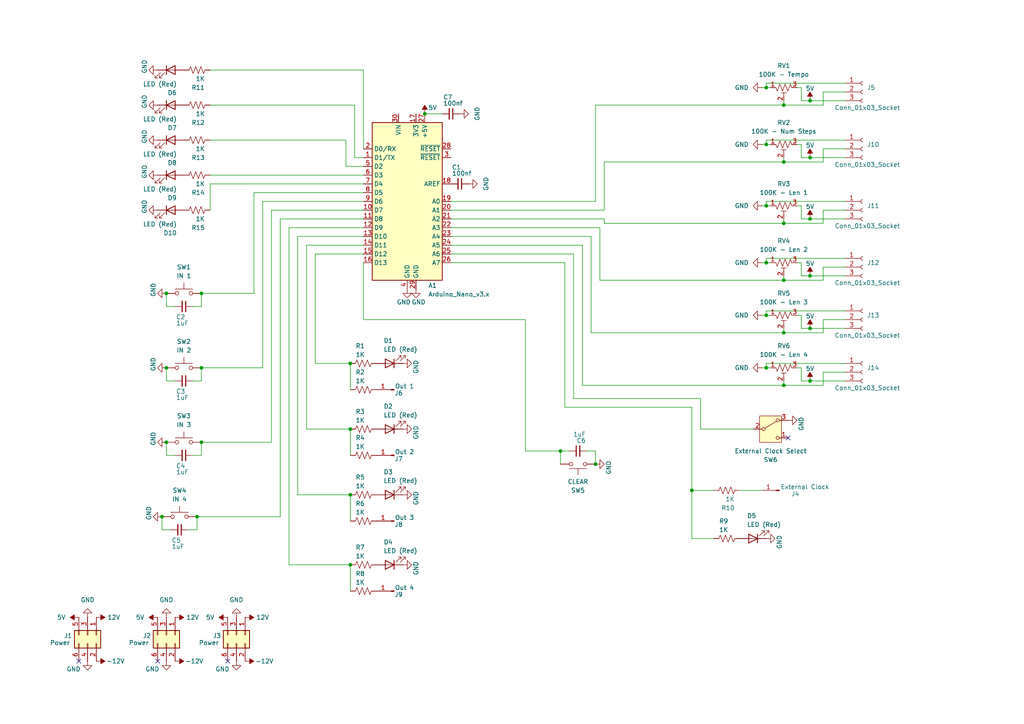
<source format=kicad_sch>
(kicad_sch (version 20250114) (generator "eeschema") (generator_version "9.0")
  (paper "A4")
  (lib_symbols
    (symbol "Connector:Conn_01x01_Pin" (pin_names (offset 1.016) (hide yes))
      (property "Reference" "J" (at 0 2.54 0))
      (property "Value" "Conn_01x01_Pin" (at 0 -2.54 0))
      (symbol "Conn_01x01_Pin_1_1"
        (rectangle (start 0.8636 0.127) (end 0 -0.127) (stroke (width 0.1524)) (fill (type outline)))
        (polyline (pts (xy 1.27 0) (xy 0.8636 0)) (stroke (width 0.1524)))
        (pin passive line (at 5.08 0 180) (length 3.81) (name "Pin_1") (number "1"))
      )
    )
    (symbol "Connector:Conn_01x03_Socket" (pin_names (offset 1.016) (hide yes))
      (property "Reference" "J" (at 0 5.08 0))
      (property "Value" "Conn_01x03_Socket" (at 0 -5.08 0))
      (symbol "Conn_01x03_Socket_1_1"
        (polyline (pts (xy -1.27 2.54) (xy -0.508 2.54)) (stroke (width 0.1524)))
        (polyline (pts (xy -1.27 0) (xy -0.508 0)) (stroke (width 0.1524)))
        (polyline (pts (xy -1.27 -2.54) (xy -0.508 -2.54)) (stroke (width 0.1524)))
        (arc (start 0 2.032) (mid -0.5058 2.54) (end 0 3.048) (stroke (width 0.1524)))
        (arc (start 0 -0.508) (mid -0.5058 0) (end 0 0.508) (stroke (width 0.1524)))
        (arc (start 0 -3.048) (mid -0.5058 -2.54) (end 0 -2.032) (stroke (width 0.1524)))
        (pin passive line (at -5.08 2.54 0) (length 3.81) (name "Pin_1") (number "1"))
        (pin passive line (at -5.08 0 0) (length 3.81) (name "Pin_2") (number "2"))
        (pin passive line (at -5.08 -2.54 0) (length 3.81) (name "Pin_3") (number "3"))
      )
    )
    (symbol "Connector_Generic:Conn_02x03_Odd_Even" (pin_names (offset 1.016) (hide yes))
      (property "Reference" "J" (at 1.27 5.08 0))
      (property "Value" "Conn_02x03_Odd_Even" (at 1.27 -5.08 0))
      (symbol "Conn_02x03_Odd_Even_1_1"
        (rectangle (start -1.27 3.81) (end 3.81 -3.81) (stroke (width 0.254)) (fill (type background)))
        (rectangle (start -1.27 2.667) (end 0 2.413) (stroke (width 0.1524)))
        (rectangle (start -1.27 0.127) (end 0 -0.127) (stroke (width 0.1524)))
        (rectangle (start -1.27 -2.413) (end 0 -2.667) (stroke (width 0.1524)))
        (rectangle (start 3.81 2.667) (end 2.54 2.413) (stroke (width 0.1524)))
        (rectangle (start 3.81 0.127) (end 2.54 -0.127) (stroke (width 0.1524)))
        (rectangle (start 3.81 -2.413) (end 2.54 -2.667) (stroke (width 0.1524)))
        (pin passive line (at -5.08 2.54 0) (length 3.81) (name "Pin_1") (number "1"))
        (pin passive line (at -5.08 0 0) (length 3.81) (name "Pin_3") (number "3"))
        (pin passive line (at -5.08 -2.54 0) (length 3.81) (name "Pin_5") (number "5"))
        (pin passive line (at 7.62 2.54 180) (length 3.81) (name "Pin_2") (number "2"))
        (pin passive line (at 7.62 0 180) (length 3.81) (name "Pin_4") (number "4"))
        (pin passive line (at 7.62 -2.54 180) (length 3.81) (name "Pin_6") (number "6"))
      )
    )
    (symbol "Device:C_Small" (pin_numbers (hide yes)) (pin_names (offset 0.254) (hide yes))
      (property "Reference" "C" (at 0.254 1.778 0))
      (property "Value" "C_Small" (at 0.254 -2.032 0))
      (symbol "C_Small_0_1"
        (polyline (pts (xy -1.524 0.508) (xy 1.524 0.508)) (stroke (width 0.3048)))
        (polyline (pts (xy -1.524 -0.508) (xy 1.524 -0.508)) (stroke (width 0.3302)))
      )
      (symbol "C_Small_1_1"
        (pin passive line (at 0 2.54 270) (length 2.032) (name "~") (number "1"))
        (pin passive line (at 0 -2.54 90) (length 2.032) (name "~") (number "2"))
      )
    )
    (symbol "Device:LED" (pin_numbers (hide yes)) (pin_names (offset 1.016) (hide yes))
      (property "Reference" "D" (at 0 2.54 0))
      (property "Value" "LED" (at 0 -2.54 0))
      (symbol "LED_0_1"
        (polyline (pts (xy -3.048 -0.762) (xy -4.572 -2.286) (xy -3.81 -2.286) (xy -4.572 -2.286) (xy -4.572 -1.524)))
        (polyline (pts (xy -1.778 -0.762) (xy -3.302 -2.286) (xy -2.54 -2.286) (xy -3.302 -2.286) (xy -3.302 -1.524)))
        (polyline (pts (xy -1.27 0) (xy 1.27 0)))
        (polyline (pts (xy -1.27 -1.27) (xy -1.27 1.27)) (stroke (width 0.254)))
        (polyline (pts (xy 1.27 -1.27) (xy 1.27 1.27) (xy -1.27 0) (xy 1.27 -1.27)) (stroke (width 0.254)))
      )
      (symbol "LED_1_1"
        (pin passive line (at -3.81 0 0) (length 2.54) (name "K") (number "1"))
        (pin passive line (at 3.81 0 180) (length 2.54) (name "A") (number "2"))
      )
    )
    (symbol "Device:R_Potentiometer_Trim_US" (pin_names (offset 1.016) (hide yes))
      (property "Reference" "RV" (at -4.445 0 90))
      (property "Value" "R_Potentiometer_Trim_US" (at -2.54 0 90))
      (symbol "R_Potentiometer_Trim_US_0_1"
        (polyline (pts (xy 0 2.286) (xy 0 2.54)))
        (polyline (pts (xy 0 2.286) (xy 1.016 1.905) (xy 0 1.524) (xy -1.016 1.143) (xy 0 0.762)))
        (polyline (pts (xy 0 0.762) (xy 1.016 0.381) (xy 0 0) (xy -1.016 -0.381) (xy 0 -0.762)))
        (polyline (pts (xy 0 -0.762) (xy 1.016 -1.143) (xy 0 -1.524) (xy -1.016 -1.905) (xy 0 -2.286)))
        (polyline (pts (xy 0 -2.286) (xy 0 -2.54)))
        (polyline (pts (xy 1.524 0.762) (xy 1.524 -0.762)))
        (polyline (pts (xy 2.54 0) (xy 1.524 0)))
      )
      (symbol "R_Potentiometer_Trim_US_1_1"
        (pin passive line (at 0 3.81 270) (length 1.27) (name "1") (number "1"))
        (pin passive line (at 0 -3.81 90) (length 1.27) (name "3") (number "3"))
        (pin passive line (at 3.81 0 180) (length 1.27) (name "2") (number "2"))
      )
    )
    (symbol "Device:R_US" (pin_numbers (hide yes)) (pin_names (offset 0))
      (property "Reference" "R" (at 2.54 0 90))
      (property "Value" "R_US" (at -2.54 0 90))
      (symbol "R_US_0_1"
        (polyline (pts (xy 0 2.286) (xy 0 2.54)))
        (polyline (pts (xy 0 2.286) (xy 1.016 1.905) (xy 0 1.524) (xy -1.016 1.143) (xy 0 0.762)))
        (polyline (pts (xy 0 0.762) (xy 1.016 0.381) (xy 0 0) (xy -1.016 -0.381) (xy 0 -0.762)))
        (polyline (pts (xy 0 -0.762) (xy 1.016 -1.143) (xy 0 -1.524) (xy -1.016 -1.905) (xy 0 -2.286)))
        (polyline (pts (xy 0 -2.286) (xy 0 -2.54)))
      )
      (symbol "R_US_1_1"
        (pin passive line (at 0 3.81 270) (length 1.27) (name "~") (number "1"))
        (pin passive line (at 0 -3.81 90) (length 1.27) (name "~") (number "2"))
      )
    )
    (symbol "MCU_Module:Arduino_Nano_v3.x"
      (property "Reference" "A" (at -10.16 23.495 0))
      (property "Value" "Arduino_Nano_v3.x" (at 5.08 -24.13 0))
      (symbol "Arduino_Nano_v3.x_0_1"
        (rectangle (start -10.16 22.86) (end 10.16 -22.86) (stroke (width 0.254)) (fill (type background)))
      )
      (symbol "Arduino_Nano_v3.x_1_1"
        (pin bidirectional line (at -12.7 15.24 0) (length 2.54) (name "D0/RX") (number "2"))
        (pin bidirectional line (at -12.7 12.7 0) (length 2.54) (name "D1/TX") (number "1"))
        (pin bidirectional line (at -12.7 10.16 0) (length 2.54) (name "D2") (number "5"))
        (pin bidirectional line (at -12.7 7.62 0) (length 2.54) (name "D3") (number "6"))
        (pin bidirectional line (at -12.7 5.08 0) (length 2.54) (name "D4") (number "7"))
        (pin bidirectional line (at -12.7 2.54 0) (length 2.54) (name "D5") (number "8"))
        (pin bidirectional line (at -12.7 0 0) (length 2.54) (name "D6") (number "9"))
        (pin bidirectional line (at -12.7 -2.54 0) (length 2.54) (name "D7") (number "10"))
        (pin bidirectional line (at -12.7 -5.08 0) (length 2.54) (name "D8") (number "11"))
        (pin bidirectional line (at -12.7 -7.62 0) (length 2.54) (name "D9") (number "12"))
        (pin bidirectional line (at -12.7 -10.16 0) (length 2.54) (name "D10") (number "13"))
        (pin bidirectional line (at -12.7 -12.7 0) (length 2.54) (name "D11") (number "14"))
        (pin bidirectional line (at -12.7 -15.24 0) (length 2.54) (name "D12") (number "15"))
        (pin bidirectional line (at -12.7 -17.78 0) (length 2.54) (name "D13") (number "16"))
        (pin power_in line (at -2.54 25.4 270) (length 2.54) (name "VIN") (number "30"))
        (pin power_in line (at 0 -25.4 90) (length 2.54) (name "GND") (number "4"))
        (pin power_out line (at 2.54 25.4 270) (length 2.54) (name "3V3") (number "17"))
        (pin power_in line (at 2.54 -25.4 90) (length 2.54) (name "GND") (number "29"))
        (pin power_out line (at 5.08 25.4 270) (length 2.54) (name "+5V") (number "27"))
        (pin input line (at 12.7 15.24 180) (length 2.54) (name "~{RESET}") (number "28"))
        (pin input line (at 12.7 12.7 180) (length 2.54) (name "~{RESET}") (number "3"))
        (pin input line (at 12.7 5.08 180) (length 2.54) (name "AREF") (number "18"))
        (pin bidirectional line (at 12.7 0 180) (length 2.54) (name "A0") (number "19"))
        (pin bidirectional line (at 12.7 -2.54 180) (length 2.54) (name "A1") (number "20"))
        (pin bidirectional line (at 12.7 -5.08 180) (length 2.54) (name "A2") (number "21"))
        (pin bidirectional line (at 12.7 -7.62 180) (length 2.54) (name "A3") (number "22"))
        (pin bidirectional line (at 12.7 -10.16 180) (length 2.54) (name "A4") (number "23"))
        (pin bidirectional line (at 12.7 -12.7 180) (length 2.54) (name "A5") (number "24"))
        (pin bidirectional line (at 12.7 -15.24 180) (length 2.54) (name "A6") (number "25"))
        (pin bidirectional line (at 12.7 -17.78 180) (length 2.54) (name "A7") (number "26"))
      )
    )
    (symbol "Switch:SW_Nidec_CAS-120A1" (pin_names (offset 1) (hide yes))
      (property "Reference" "SW" (at 0 4.318 0))
      (property "Value" "SW_Nidec_CAS-120A1" (at 0 -5.08 0))
      (symbol "SW_Nidec_CAS-120A1_0_1"
        (circle (center -2.032 0) (radius 0.4572))
        (polyline (pts (xy -1.651 0.254) (xy 1.651 2.286)))
        (circle (center 2.032 2.54) (radius 0.4572))
        (circle (center 2.032 -2.54) (radius 0.4572))
      )
      (symbol "SW_Nidec_CAS-120A1_1_1"
        (rectangle (start -3.175 3.81) (end 3.175 -3.81) (fill (type background)))
        (pin passive line (at -5.08 0 0) (length 2.54) (name "B") (number "2"))
        (pin passive line (at 5.08 2.54 180) (length 2.54) (name "A") (number "3"))
        (pin passive line (at 5.08 -2.54 180) (length 2.54) (name "C") (number "1"))
      )
    )
    (symbol "Switch:SW_Push" (pin_numbers (hide yes)) (pin_names (offset 1.016) (hide yes))
      (property "Reference" "SW" (at 1.27 2.54 0))
      (property "Value" "SW_Push" (at 0 -1.524 0))
      (symbol "SW_Push_0_1"
        (circle (center -2.032 0) (radius 0.508))
        (polyline (pts (xy 0 1.27) (xy 0 3.048)))
        (circle (center 2.032 0) (radius 0.508))
        (polyline (pts (xy 2.54 1.27) (xy -2.54 1.27)))
        (pin passive line (at -5.08 0 0) (length 2.54) (name "1") (number "1"))
        (pin passive line (at 5.08 0 180) (length 2.54) (name "2") (number "2"))
      )
    )
    (symbol "power:-12V" (power) (pin_numbers (hide yes)) (pin_names (offset 0) (hide yes))
      (property "Value" "-12V" (at 0 3.556 0))
      (symbol "-12V_0_0"
        (pin power_in line (at 0 0 90) (length 0) (name "~") (number "1"))
      )
      (symbol "-12V_0_1"
        (polyline (pts (xy 0 0) (xy 0 1.27) (xy 0.762 1.27) (xy 0 2.54) (xy -0.762 1.27) (xy 0 1.27)) (fill (type outline)))
      )
    )
    (symbol "power:GND" (power) (pin_numbers (hide yes)) (pin_names (offset 0) (hide yes))
      (property "Value" "GND" (at 0 -3.81 0))
      (symbol "GND_0_1"
        (polyline (pts (xy 0 0) (xy 0 -1.27) (xy 1.27 -1.27) (xy 0 -2.54) (xy -1.27 -1.27) (xy 0 -1.27)))
      )
      (symbol "GND_1_1"
        (pin power_in line (at 0 0 270) (length 0) (name "~") (number "1"))
      )
    )
  )
  (junction (at 162.56 130.81))
  (junction (at 227.33 81.28))
  (junction (at 48.26 128.27))
  (junction (at 48.26 106.68))
  (junction (at 222.25 59.69))
  (junction (at 222.25 106.68))
  (junction (at 222.25 76.2))
  (junction (at 227.33 30.48))
  (junction (at 222.25 25.4))
  (junction (at 222.25 91.44))
  (junction (at 57.15 149.86))
  (junction (at 234.95 63.5))
  (junction (at 234.95 80.01))
  (junction (at 227.33 46.99))
  (junction (at 227.33 96.52))
  (junction (at 101.6 105.41))
  (junction (at 234.95 110.49))
  (junction (at 101.6 143.51))
  (junction (at 172.72 134.62))
  (junction (at 234.95 29.21))
  (junction (at 123.19 33.02))
  (junction (at 58.42 106.68))
  (junction (at 200.66 142.24))
  (junction (at 234.95 45.72))
  (junction (at 227.33 64.77))
  (junction (at 227.33 111.76))
  (junction (at 222.25 41.91))
  (junction (at 46.99 149.86))
  (junction (at 101.6 124.46))
  (junction (at 58.42 128.27))
  (junction (at 101.6 163.83))
  (junction (at 58.42 85.09))
  (junction (at 48.26 85.09))
  (junction (at 234.95 95.25))
  (no_connect (at 66.04 191.77))
  (no_connect (at 45.72 191.77))
  (no_connect (at 228.6 127))
  (no_connect (at 22.86 191.77))
  (wire (pts (xy 50.8 132.08) (xy 48.26 132.08)))
  (wire (pts (xy 222.25 40.64) (xy 222.25 41.91)))
  (wire (pts (xy 207.01 142.24) (xy 200.66 142.24)))
  (wire (pts (xy 57.15 153.67) (xy 57.15 149.86)))
  (wire (pts (xy 55.88 110.49) (xy 58.42 110.49)))
  (wire (pts (xy 175.26 60.96) (xy 175.26 46.99)))
  (wire (pts (xy 130.81 58.42) (xy 172.72 58.42)))
  (wire (pts (xy 238.76 60.96) (xy 238.76 64.77)))
  (wire (pts (xy 130.81 71.12) (xy 168.91 71.12)))
  (wire (pts (xy 171.45 96.52) (xy 227.33 96.52)))
  (wire (pts (xy 245.11 77.47) (xy 238.76 77.47)))
  (wire (pts (xy 105.41 66.04) (xy 83.82 66.04)))
  (wire (pts (xy 220.98 142.24) (xy 214.63 142.24)))
  (wire (pts (xy 83.82 66.04) (xy 83.82 163.83)))
  (wire (pts (xy 232.41 45.72) (xy 232.41 41.91)))
  (wire (pts (xy 227.33 111.76) (xy 227.33 110.49)))
  (wire (pts (xy 91.44 73.66) (xy 91.44 105.41)))
  (wire (pts (xy 234.95 95.25) (xy 232.41 95.25)))
  (wire (pts (xy 245.11 110.49) (xy 234.95 110.49)))
  (wire (pts (xy 105.41 45.72) (xy 102.87 45.72)))
  (wire (pts (xy 86.36 143.51) (xy 101.6 143.51)))
  (wire (pts (xy 245.11 95.25) (xy 234.95 95.25)))
  (wire (pts (xy 245.11 58.42) (xy 222.25 58.42)))
  (wire (pts (xy 223.52 59.69) (xy 222.25 59.69)))
  (wire (pts (xy 227.33 81.28) (xy 238.76 81.28)))
  (wire (pts (xy 173.99 81.28) (xy 227.33 81.28)))
  (wire (pts (xy 123.19 33.02) (xy 128.27 33.02)))
  (wire (pts (xy 245.11 60.96) (xy 238.76 60.96)))
  (wire (pts (xy 105.41 73.66) (xy 91.44 73.66)))
  (wire (pts (xy 245.11 29.21) (xy 234.95 29.21)))
  (wire (pts (xy 83.82 163.83) (xy 101.6 163.83)))
  (wire (pts (xy 170.18 130.81) (xy 172.72 130.81)))
  (wire (pts (xy 232.41 106.68) (xy 231.14 106.68)))
  (wire (pts (xy 49.53 153.67) (xy 46.99 153.67)))
  (wire (pts (xy 223.52 25.4) (xy 222.25 25.4)))
  (wire (pts (xy 88.9 124.46) (xy 101.6 124.46)))
  (wire (pts (xy 234.95 63.5) (xy 232.41 63.5)))
  (wire (pts (xy 232.41 41.91) (xy 231.14 41.91)))
  (wire (pts (xy 101.6 124.46) (xy 101.6 132.08)))
  (wire (pts (xy 223.52 106.68) (xy 222.25 106.68)))
  (wire (pts (xy 232.41 95.25) (xy 232.41 91.44)))
  (wire (pts (xy 222.25 58.42) (xy 222.25 59.69)))
  (wire (pts (xy 173.99 66.04) (xy 173.99 81.28)))
  (wire (pts (xy 234.95 110.49) (xy 232.41 110.49)))
  (wire (pts (xy 203.2 124.46) (xy 203.2 115.57)))
  (wire (pts (xy 105.41 55.88) (xy 73.66 55.88)))
  (wire (pts (xy 227.33 46.99) (xy 238.76 46.99)))
  (wire (pts (xy 105.41 92.71) (xy 105.41 76.2)))
  (wire (pts (xy 152.4 92.71) (xy 152.4 130.81)))
  (wire (pts (xy 105.41 71.12) (xy 88.9 71.12)))
  (wire (pts (xy 245.11 107.95) (xy 238.76 107.95)))
  (wire (pts (xy 223.52 76.2) (xy 222.25 76.2)))
  (wire (pts (xy 73.66 85.09) (xy 58.42 85.09)))
  (wire (pts (xy 200.66 142.24) (xy 200.66 118.11)))
  (wire (pts (xy 162.56 130.81) (xy 162.56 134.62)))
  (wire (pts (xy 166.37 73.66) (xy 130.81 73.66)))
  (wire (pts (xy 172.72 58.42) (xy 172.72 30.48)))
  (wire (pts (xy 58.42 88.9) (xy 58.42 85.09)))
  (wire (pts (xy 238.76 26.67) (xy 238.76 30.48)))
  (wire (pts (xy 130.81 66.04) (xy 173.99 66.04)))
  (wire (pts (xy 105.41 48.26) (xy 100.33 48.26)))
  (wire (pts (xy 163.83 76.2) (xy 163.83 118.11)))
  (wire (pts (xy 227.33 81.28) (xy 227.33 80.01)))
  (wire (pts (xy 238.76 30.48) (xy 227.33 30.48)))
  (wire (pts (xy 227.33 46.99) (xy 227.33 45.72)))
  (wire (pts (xy 130.81 68.58) (xy 171.45 68.58)))
  (wire (pts (xy 232.41 29.21) (xy 232.41 25.4)))
  (wire (pts (xy 234.95 45.72) (xy 232.41 45.72)))
  (wire (pts (xy 91.44 105.41) (xy 101.6 105.41)))
  (wire (pts (xy 102.87 45.72) (xy 102.87 30.48)))
  (wire (pts (xy 130.81 60.96) (xy 175.26 60.96)))
  (wire (pts (xy 81.28 63.5) (xy 81.28 149.86)))
  (wire (pts (xy 232.41 25.4) (xy 231.14 25.4)))
  (wire (pts (xy 245.11 80.01) (xy 234.95 80.01)))
  (wire (pts (xy 58.42 128.27) (xy 78.74 128.27)))
  (wire (pts (xy 175.26 63.5) (xy 175.26 64.77)))
  (wire (pts (xy 234.95 29.21) (xy 232.41 29.21)))
  (wire (pts (xy 168.91 111.76) (xy 227.33 111.76)))
  (wire (pts (xy 238.76 92.71) (xy 238.76 96.52)))
  (wire (pts (xy 88.9 71.12) (xy 88.9 124.46)))
  (wire (pts (xy 76.2 58.42) (xy 76.2 106.68)))
  (wire (pts (xy 78.74 60.96) (xy 78.74 128.27)))
  (wire (pts (xy 105.41 20.32) (xy 105.41 43.18)))
  (wire (pts (xy 86.36 68.58) (xy 86.36 143.51)))
  (wire (pts (xy 100.33 48.26) (xy 100.33 40.64)))
  (wire (pts (xy 200.66 156.21) (xy 200.66 142.24)))
  (wire (pts (xy 222.25 105.41) (xy 222.25 106.68)))
  (wire (pts (xy 130.81 63.5) (xy 175.26 63.5)))
  (wire (pts (xy 58.42 110.49) (xy 58.42 106.68)))
  (wire (pts (xy 227.33 111.76) (xy 238.76 111.76)))
  (wire (pts (xy 222.25 74.93) (xy 222.25 76.2)))
  (wire (pts (xy 101.6 143.51) (xy 101.6 151.13)))
  (wire (pts (xy 227.33 64.77) (xy 227.33 63.5)))
  (wire (pts (xy 223.52 91.44) (xy 222.25 91.44)))
  (wire (pts (xy 232.41 63.5) (xy 232.41 59.69)))
  (wire (pts (xy 60.96 20.32) (xy 105.41 20.32)))
  (wire (pts (xy 175.26 46.99) (xy 227.33 46.99)))
  (wire (pts (xy 223.52 41.91) (xy 222.25 41.91)))
  (wire (pts (xy 100.33 40.64) (xy 60.96 40.64)))
  (wire (pts (xy 245.11 74.93) (xy 222.25 74.93)))
  (wire (pts (xy 172.72 130.81) (xy 172.72 134.62)))
  (wire (pts (xy 207.01 156.21) (xy 200.66 156.21)))
  (wire (pts (xy 55.88 88.9) (xy 58.42 88.9)))
  (wire (pts (xy 245.11 92.71) (xy 238.76 92.71)))
  (wire (pts (xy 101.6 163.83) (xy 101.6 171.45)))
  (wire (pts (xy 227.33 30.48) (xy 227.33 29.21)))
  (wire (pts (xy 232.41 110.49) (xy 232.41 106.68)))
  (wire (pts (xy 60.96 50.8) (xy 105.41 50.8)))
  (wire (pts (xy 152.4 130.81) (xy 162.56 130.81)))
  (wire (pts (xy 245.11 90.17) (xy 222.25 90.17)))
  (wire (pts (xy 105.41 63.5) (xy 81.28 63.5)))
  (wire (pts (xy 101.6 105.41) (xy 101.6 113.03)))
  (wire (pts (xy 238.76 64.77) (xy 227.33 64.77)))
  (wire (pts (xy 105.41 53.34) (xy 60.96 53.34)))
  (wire (pts (xy 58.42 132.08) (xy 58.42 128.27)))
  (wire (pts (xy 102.87 30.48) (xy 60.96 30.48)))
  (wire (pts (xy 105.41 60.96) (xy 78.74 60.96)))
  (wire (pts (xy 222.25 41.91) (xy 220.98 41.91)))
  (wire (pts (xy 60.96 53.34) (xy 60.96 60.96)))
  (wire (pts (xy 73.66 55.88) (xy 73.66 85.09)))
  (wire (pts (xy 232.41 91.44) (xy 231.14 91.44)))
  (wire (pts (xy 171.45 68.58) (xy 171.45 96.52)))
  (wire (pts (xy 245.11 26.67) (xy 238.76 26.67)))
  (wire (pts (xy 245.11 24.13) (xy 222.25 24.13)))
  (wire (pts (xy 222.25 91.44) (xy 220.98 91.44)))
  (wire (pts (xy 152.4 92.71) (xy 105.41 92.71)))
  (wire (pts (xy 76.2 106.68) (xy 58.42 106.68)))
  (wire (pts (xy 105.41 68.58) (xy 86.36 68.58)))
  (wire (pts (xy 54.61 153.67) (xy 57.15 153.67)))
  (wire (pts (xy 222.25 106.68) (xy 220.98 106.68)))
  (wire (pts (xy 46.99 153.67) (xy 46.99 149.86)))
  (wire (pts (xy 172.72 30.48) (xy 227.33 30.48)))
  (wire (pts (xy 238.76 107.95) (xy 238.76 111.76)))
  (wire (pts (xy 238.76 77.47) (xy 238.76 81.28)))
  (wire (pts (xy 245.11 63.5) (xy 234.95 63.5)))
  (wire (pts (xy 165.1 130.81) (xy 162.56 130.81)))
  (wire (pts (xy 50.8 88.9) (xy 48.26 88.9)))
  (wire (pts (xy 245.11 43.18) (xy 238.76 43.18)))
  (wire (pts (xy 227.33 96.52) (xy 238.76 96.52)))
  (wire (pts (xy 232.41 59.69) (xy 231.14 59.69)))
  (wire (pts (xy 238.76 43.18) (xy 238.76 46.99)))
  (wire (pts (xy 130.81 76.2) (xy 163.83 76.2)))
  (wire (pts (xy 222.25 24.13) (xy 222.25 25.4)))
  (wire (pts (xy 222.25 59.69) (xy 220.98 59.69)))
  (wire (pts (xy 48.26 88.9) (xy 48.26 85.09)))
  (wire (pts (xy 218.44 124.46) (xy 203.2 124.46)))
  (wire (pts (xy 55.88 132.08) (xy 58.42 132.08)))
  (wire (pts (xy 222.25 90.17) (xy 222.25 91.44)))
  (wire (pts (xy 166.37 115.57) (xy 166.37 73.66)))
  (wire (pts (xy 48.26 132.08) (xy 48.26 128.27)))
  (wire (pts (xy 105.41 58.42) (xy 76.2 58.42)))
  (wire (pts (xy 245.11 40.64) (xy 222.25 40.64)))
  (wire (pts (xy 50.8 110.49) (xy 48.26 110.49)))
  (wire (pts (xy 245.11 45.72) (xy 234.95 45.72)))
  (wire (pts (xy 48.26 110.49) (xy 48.26 106.68)))
  (wire (pts (xy 227.33 96.52) (xy 227.33 95.25)))
  (wire (pts (xy 168.91 71.12) (xy 168.91 111.76)))
  (wire (pts (xy 175.26 64.77) (xy 227.33 64.77)))
  (wire (pts (xy 222.25 25.4) (xy 220.98 25.4)))
  (wire (pts (xy 222.25 76.2) (xy 220.98 76.2)))
  (wire (pts (xy 245.11 105.41) (xy 222.25 105.41)))
  (wire (pts (xy 81.28 149.86) (xy 57.15 149.86)))
  (wire (pts (xy 234.95 80.01) (xy 232.41 80.01)))
  (wire (pts (xy 166.37 115.57) (xy 203.2 115.57)))
  (wire (pts (xy 232.41 80.01) (xy 232.41 76.2)))
  (wire (pts (xy 232.41 76.2) (xy 231.14 76.2)))
  (wire (pts (xy 163.83 118.11) (xy 200.66 118.11)))
  (symbol (lib_id "Device:R_US") (at 57.15 20.32 90) (unit 1)
    (property "Reference" "R11" (at 59.436 25.4 90) (effects (justify left)))
    (property "Value" "1K" (at 59.436 22.86 90) (effects (justify left)))
    (property "Footprint" "Resistor_THT:R_Axial_DIN0207_L6.3mm_D2.5mm_P10.16mm_Horizontal" (effects (hide yes)))
    (property "Description" "Resistor, US symbol" (effects (hide yes)))
  )
  (symbol (lib_id "Device:LED") (at 49.53 50.8 0) (unit 1)
    (property "Reference" "D9" (at 51.308 57.404 0) (effects (justify right)))
    (property "Value" "LED (Red)" (at 51.308 54.864 0) (effects (justify right)))
    (property "Footprint" "LED_THT:LED_D5.0mm" (effects (hide yes)))
    (property "Description" "Light emitting diode" (effects (hide yes)))
  )
  (symbol (lib_id "Switch:SW_Push") (at 52.07 149.86 0) (unit 1)
    (property "Reference" "SW4" (at 52.07 142.24 0))
    (property "Value" "IN 4" (at 52.07 144.78 0))
    (property "Footprint" "Button_Switch_Keyboard:SW_Cherry_MX_1.00u_PCB" (effects (hide yes)))
    (property "Description" "Push button switch, generic, two pins" (effects (hide yes)))
  )
  (symbol (lib_id "Connector:Conn_01x03_Socket") (at 250.19 107.95 0) (unit 1)
    (property "Reference" "J14" (at 251.46 106.6799 0) (effects (justify left)))
    (property "Value" "Conn_01x03_Socket" (at 242.062 112.522 0) (effects (justify left)))
    (property "Footprint" "modular2:pot" (effects (hide yes)))
    (property "Description" "Generic connector, single row, 01x03, script generated" (effects (hide yes)))
  )
  (symbol (lib_id "Device:R_US") (at 105.41 151.13 270) (unit 1)
    (property "Reference" "R6" (at 103.124 146.05 90) (effects (justify left)))
    (property "Value" "1K" (at 103.124 148.59 90) (effects (justify left)))
    (property "Footprint" "Resistor_THT:R_Axial_DIN0207_L6.3mm_D2.5mm_P10.16mm_Horizontal" (effects (hide yes)))
    (property "Description" "Resistor, US symbol" (effects (hide yes)))
  )
  (symbol (lib_id "Device:C_Small") (at 130.81 33.02 270) (unit 1)
    (property "Reference" "C7" (at 128.524 28.194 90) (effects (justify left)))
    (property "Value" "100nf" (at 128.524 29.972 90) (effects (justify left)))
    (property "Footprint" "Capacitor_THT:C_Disc_D4.3mm_W1.9mm_P5.00mm" (effects (hide yes)))
  )
  (symbol (lib_id "power:GND") (at 116.84 143.51 90) (mirror x) (unit 1)
    (property "Reference" "#PWR015" (effects (hide yes)))
    (property "Value" "GND" (at 120.65 144.526 0))
    (property "Description" "Power symbol creates a global label with name \"GND\" , ground" (effects (hide yes)))
  )
  (symbol (lib_id "power:GND") (at 48.26 179.07 0) (mirror x) (unit 1)
    (property "Reference" "#PWR028" (effects (hide yes)))
    (property "Value" "GND" (at 48.26 173.99 0))
    (property "Description" "Power symbol creates a global label with name \"GND\" , ground" (effects (hide yes)))
  )
  (symbol (lib_id "Device:LED") (at 113.03 143.51 180) (unit 1)
    (property "Reference" "D3" (at 111.252 136.906 0) (effects (justify right)))
    (property "Value" "LED (Red)" (at 111.252 139.446 0) (effects (justify right)))
    (property "Footprint" "LED_THT:LED_D5.0mm" (effects (hide yes)))
    (property "Description" "Light emitting diode" (effects (hide yes)))
  )
  (symbol (lib_id "power:GND") (at 45.72 60.96 270) (mirror x) (unit 1)
    (property "Reference" "#PWR048" (effects (hide yes)))
    (property "Value" "GND" (at 41.91 59.944 0))
    (property "Description" "Power symbol creates a global label with name \"GND\" , ground" (effects (hide yes)))
  )
  (symbol (lib_id "power:GND") (at 45.72 40.64 270) (mirror x) (unit 1)
    (property "Reference" "#PWR046" (effects (hide yes)))
    (property "Value" "GND" (at 41.91 39.624 0))
    (property "Description" "Power symbol creates a global label with name \"GND\" , ground" (effects (hide yes)))
  )
  (symbol (lib_id "Device:R_Potentiometer_Trim_US") (at 227.33 106.68 90) (mirror x) (unit 1)
    (property "Reference" "RV6" (at 227.33 100.33 90))
    (property "Value" "100K - Len 4" (at 227.33 102.87 90))
    (property "Footprint" "modular2:pot-socket" (effects (hide yes)))
    (property "Description" "Trim-potentiometer, US symbol" (effects (hide yes)))
  )
  (symbol (lib_id "power:-12V") (at 45.72 179.07 90) (mirror x) (unit 1)
    (property "Reference" "#PWR012" (effects (hide yes)))
    (property "Value" "5V" (at 40.64 179.07 90))
    (property "Description" "Power symbol creates a global label with name \"-12V\"" (effects (hide yes)))
  )
  (symbol (lib_id "Device:LED") (at 49.53 20.32 0) (unit 1)
    (property "Reference" "D6" (at 51.308 26.924 0) (effects (justify right)))
    (property "Value" "LED (Red)" (at 51.308 24.384 0) (effects (justify right)))
    (property "Footprint" "LED_THT:LED_D5.0mm" (effects (hide yes)))
    (property "Description" "Light emitting diode" (effects (hide yes)))
  )
  (symbol (lib_id "Device:R_US") (at 57.15 50.8 90) (unit 1)
    (property "Reference" "R14" (at 59.436 55.88 90) (effects (justify left)))
    (property "Value" "1K" (at 59.436 53.34 90) (effects (justify left)))
    (property "Footprint" "Resistor_THT:R_Axial_DIN0207_L6.3mm_D2.5mm_P10.16mm_Horizontal" (effects (hide yes)))
    (property "Description" "Resistor, US symbol" (effects (hide yes)))
  )
  (symbol (lib_id "Device:LED") (at 218.44 156.21 180) (unit 1)
    (property "Reference" "D5" (at 216.662 149.606 0) (effects (justify right)))
    (property "Value" "LED (Red)" (at 216.662 152.146 0) (effects (justify right)))
    (property "Footprint" "LED_THT:LED_D5.0mm" (effects (hide yes)))
    (property "Description" "Light emitting diode" (effects (hide yes)))
  )
  (symbol (lib_id "power:GND") (at 220.98 25.4 270) (mirror x) (unit 1)
    (property "Reference" "#PWR018" (effects (hide yes)))
    (property "Value" "GND" (at 217.17 25.3999 90) (effects (justify right)))
    (property "Description" "Power symbol creates a global label with name \"GND\" , ground" (effects (hide yes)))
  )
  (symbol (lib_id "power:-12V") (at 234.95 63.5 0) (mirror y) (unit 1)
    (property "Reference" "#PWR026" (effects (hide yes)))
    (property "Value" "5V" (at 234.95 59.944 0))
    (property "Description" "Power symbol creates a global label with name \"-12V\"" (effects (hide yes)))
  )
  (symbol (lib_id "Connector:Conn_01x01_Pin") (at 114.3 151.13 180) (unit 1)
    (property "Reference" "J8" (at 116.84 152.146 0) (effects (justify left)))
    (property "Value" "Out 3" (at 120.142 150.114 0) (effects (justify left)))
    (property "Footprint" "modular2:banana-jack" (effects (hide yes)))
    (property "Description" "Generic connector, single row, 01x01, script generated" (effects (hide yes)))
  )
  (symbol (lib_id "power:-12V") (at 50.8 191.77 270) (unit 1)
    (property "Reference" "#PWR031" (effects (hide yes)))
    (property "Value" "-12V" (at 56.388 191.77 90))
    (property "Description" "Power symbol creates a global label with name \"-12V\"" (effects (hide yes)))
  )
  (symbol (lib_id "Device:R_US") (at 105.41 113.03 270) (unit 1)
    (property "Reference" "R2" (at 103.124 107.95 90) (effects (justify left)))
    (property "Value" "1K" (at 103.124 110.49 90) (effects (justify left)))
    (property "Footprint" "Resistor_THT:R_Axial_DIN0207_L6.3mm_D2.5mm_P10.16mm_Horizontal" (effects (hide yes)))
    (property "Description" "Resistor, US symbol" (effects (hide yes)))
  )
  (symbol (lib_id "Connector:Conn_01x01_Pin") (at 114.3 132.08 180) (unit 1)
    (property "Reference" "J7" (at 116.84 133.096 0) (effects (justify left)))
    (property "Value" "Out 2" (at 120.142 131.064 0) (effects (justify left)))
    (property "Footprint" "modular2:banana-jack" (effects (hide yes)))
    (property "Description" "Generic connector, single row, 01x01, script generated" (effects (hide yes)))
  )
  (symbol (lib_id "power:GND") (at 220.98 91.44 270) (mirror x) (unit 1)
    (property "Reference" "#PWR039" (effects (hide yes)))
    (property "Value" "GND" (at 217.17 91.4399 90) (effects (justify right)))
    (property "Description" "Power symbol creates a global label with name \"GND\" , ground" (effects (hide yes)))
  )
  (symbol (lib_id "power:GND") (at 48.26 85.09 270) (mirror x) (unit 1)
    (property "Reference" "#PWR04" (effects (hide yes)))
    (property "Value" "GND" (at 44.45 84.074 0))
    (property "Description" "Power symbol creates a global label with name \"GND\" , ground" (effects (hide yes)))
  )
  (symbol (lib_id "Connector_Generic:Conn_02x03_Odd_Even") (at 48.26 184.15 270) (unit 1)
    (property "Reference" "J2" (at 41.402 184.404 90) (effects (justify left)))
    (property "Value" "Power" (at 37.338 186.436 90) (effects (justify left)))
    (property "Footprint" "Connector_IDC:IDC-Header_2x03_P2.54mm_Vertical" (effects (hide yes)))
    (property "Description" "Generic connector, double row, 02x03, odd/even pin numbering scheme (row 1 odd numbers, row 2 even numbers), script generated (kicad-library-utils/schlib/autogen/connector/)" (effects (hide yes)))
  )
  (symbol (lib_id "Device:R_US") (at 57.15 40.64 90) (unit 1)
    (property "Reference" "R13" (at 59.436 45.72 90) (effects (justify left)))
    (property "Value" "1K" (at 59.436 43.18 90) (effects (justify left)))
    (property "Footprint" "Resistor_THT:R_Axial_DIN0207_L6.3mm_D2.5mm_P10.16mm_Horizontal" (effects (hide yes)))
    (property "Description" "Resistor, US symbol" (effects (hide yes)))
  )
  (symbol (lib_id "power:GND") (at 45.72 20.32 270) (mirror x) (unit 1)
    (property "Reference" "#PWR044" (effects (hide yes)))
    (property "Value" "GND" (at 41.91 19.304 0))
    (property "Description" "Power symbol creates a global label with name \"GND\" , ground" (effects (hide yes)))
  )
  (symbol (lib_id "Device:R_Potentiometer_Trim_US") (at 227.33 25.4 90) (mirror x) (unit 1)
    (property "Reference" "RV1" (at 227.33 19.05 90))
    (property "Value" "100K - Tempo" (at 227.33 21.59 90))
    (property "Footprint" "modular2:pot-socket" (effects (hide yes)))
    (property "Description" "Trim-potentiometer, US symbol" (effects (hide yes)))
  )
  (symbol (lib_id "power:GND") (at 220.98 41.91 270) (mirror x) (unit 1)
    (property "Reference" "#PWR020" (effects (hide yes)))
    (property "Value" "GND" (at 217.17 41.9099 90) (effects (justify right)))
    (property "Description" "Power symbol creates a global label with name \"GND\" , ground" (effects (hide yes)))
  )
  (symbol (lib_id "power:-12V") (at 71.12 191.77 270) (unit 1)
    (property "Reference" "#PWR036" (effects (hide yes)))
    (property "Value" "-12V" (at 76.708 191.77 90))
    (property "Description" "Power symbol creates a global label with name \"-12V\"" (effects (hide yes)))
  )
  (symbol (lib_id "power:GND") (at 222.25 156.21 90) (mirror x) (unit 1)
    (property "Reference" "#PWR043" (effects (hide yes)))
    (property "Value" "GND" (at 226.06 157.226 0))
    (property "Description" "Power symbol creates a global label with name \"GND\" , ground" (effects (hide yes)))
  )
  (symbol (lib_id "power:GND") (at 48.26 128.27 270) (mirror x) (unit 1)
    (property "Reference" "#PWR07" (effects (hide yes)))
    (property "Value" "GND" (at 44.45 127.254 0))
    (property "Description" "Power symbol creates a global label with name \"GND\" , ground" (effects (hide yes)))
  )
  (symbol (lib_id "Connector:Conn_01x03_Socket") (at 250.19 92.71 0) (unit 1)
    (property "Reference" "J13" (at 251.46 91.4399 0) (effects (justify left)))
    (property "Value" "Conn_01x03_Socket" (at 242.062 97.282 0) (effects (justify left)))
    (property "Footprint" "modular2:pot" (effects (hide yes)))
    (property "Description" "Generic connector, single row, 01x03, script generated" (effects (hide yes)))
  )
  (symbol (lib_id "power:-12V") (at 71.12 179.07 270) (mirror x) (unit 1)
    (property "Reference" "#PWR035" (effects (hide yes)))
    (property "Value" "12V" (at 76.2 179.07 90))
    (property "Description" "Power symbol creates a global label with name \"-12V\"" (effects (hide yes)))
  )
  (symbol (lib_id "Switch:SW_Nidec_CAS-120A1") (at 223.52 124.46 0) (unit 1)
    (property "Reference" "SW6" (at 223.52 133.35 0))
    (property "Value" "External Clock Select" (at 223.52 130.81 0))
    (property "Footprint" "modular2:switch1" (effects (hide yes)))
    (property "Datasheet" "https://www.nidec-components.com/e/catalog/switch/cas.pdf" (effects (hide yes)))
    (property "Description" "Switch, single pole double throw" (effects (hide yes)))
  )
  (symbol (lib_id "power:-12V") (at 22.86 179.07 90) (mirror x) (unit 1)
    (property "Reference" "#PWR011" (effects (hide yes)))
    (property "Value" "5V" (at 17.78 179.07 90))
    (property "Description" "Power symbol creates a global label with name \"-12V\"" (effects (hide yes)))
  )
  (symbol (lib_id "Device:R_US") (at 105.41 143.51 270) (unit 1)
    (property "Reference" "R5" (at 103.124 138.43 90) (effects (justify left)))
    (property "Value" "1K" (at 103.124 140.97 90) (effects (justify left)))
    (property "Footprint" "Resistor_THT:R_Axial_DIN0207_L6.3mm_D2.5mm_P10.16mm_Horizontal" (effects (hide yes)))
    (property "Description" "Resistor, US symbol" (effects (hide yes)))
  )
  (symbol (lib_id "power:-12V") (at 123.19 33.02 0) (mirror y) (unit 1)
    (property "Reference" "#PWR01" (effects (hide yes)))
    (property "Value" "5V" (at 125.476 31.242 0))
    (property "Description" "Power symbol creates a global label with name \"-12V\"" (effects (hide yes)))
  )
  (symbol (lib_id "Device:LED") (at 113.03 124.46 180) (unit 1)
    (property "Reference" "D2" (at 111.252 117.856 0) (effects (justify right)))
    (property "Value" "LED (Red)" (at 111.252 120.396 0) (effects (justify right)))
    (property "Footprint" "LED_THT:LED_D5.0mm" (effects (hide yes)))
    (property "Description" "Light emitting diode" (effects (hide yes)))
  )
  (symbol (lib_id "power:-12V") (at 234.95 45.72 0) (mirror y) (unit 1)
    (property "Reference" "#PWR021" (effects (hide yes)))
    (property "Value" "5V" (at 234.95 42.164 0))
    (property "Description" "Power symbol creates a global label with name \"-12V\"" (effects (hide yes)))
  )
  (symbol (lib_id "Device:R_US") (at 57.15 30.48 90) (unit 1)
    (property "Reference" "R12" (at 59.436 35.56 90) (effects (justify left)))
    (property "Value" "1K" (at 59.436 33.02 90) (effects (justify left)))
    (property "Footprint" "Resistor_THT:R_Axial_DIN0207_L6.3mm_D2.5mm_P10.16mm_Horizontal" (effects (hide yes)))
    (property "Description" "Resistor, US symbol" (effects (hide yes)))
  )
  (symbol (lib_id "Device:LED") (at 49.53 40.64 0) (unit 1)
    (property "Reference" "D8" (at 51.308 47.244 0) (effects (justify right)))
    (property "Value" "LED (Red)" (at 51.308 44.704 0) (effects (justify right)))
    (property "Footprint" "LED_THT:LED_D5.0mm" (effects (hide yes)))
    (property "Description" "Light emitting diode" (effects (hide yes)))
  )
  (symbol (lib_id "power:GND") (at 220.98 106.68 270) (mirror x) (unit 1)
    (property "Reference" "#PWR041" (effects (hide yes)))
    (property "Value" "GND" (at 217.17 106.6799 90) (effects (justify right)))
    (property "Description" "Power symbol creates a global label with name \"GND\" , ground" (effects (hide yes)))
  )
  (symbol (lib_id "power:-12V") (at 234.95 110.49 0) (mirror y) (unit 1)
    (property "Reference" "#PWR042" (effects (hide yes)))
    (property "Value" "5V" (at 234.95 106.934 0))
    (property "Description" "Power symbol creates a global label with name \"-12V\"" (effects (hide yes)))
  )
  (symbol (lib_id "power:GND") (at 116.84 124.46 90) (mirror x) (unit 1)
    (property "Reference" "#PWR014" (effects (hide yes)))
    (property "Value" "GND" (at 120.65 125.476 0))
    (property "Description" "Power symbol creates a global label with name \"GND\" , ground" (effects (hide yes)))
  )
  (symbol (lib_id "Device:C_Small") (at 133.35 53.34 270) (unit 1)
    (property "Reference" "C1" (at 131.064 48.514 90) (effects (justify left)))
    (property "Value" "100nf" (at 131.064 50.292 90) (effects (justify left)))
    (property "Footprint" "Capacitor_THT:C_Disc_D4.3mm_W1.9mm_P5.00mm" (effects (hide yes)))
  )
  (symbol (lib_id "Connector:Conn_01x01_Pin") (at 114.3 171.45 180) (unit 1)
    (property "Reference" "J9" (at 116.84 172.466 0) (effects (justify left)))
    (property "Value" "Out 4" (at 120.142 170.434 0) (effects (justify left)))
    (property "Footprint" "modular2:banana-jack" (effects (hide yes)))
    (property "Description" "Generic connector, single row, 01x01, script generated" (effects (hide yes)))
  )
  (symbol (lib_id "power:GND") (at 118.11 83.82 0) (mirror y) (unit 1)
    (property "Reference" "#PWR03" (effects (hide yes)))
    (property "Value" "GND" (at 117.094 87.63 0))
    (property "Description" "Power symbol creates a global label with name \"GND\" , ground" (effects (hide yes)))
  )
  (symbol (lib_id "power:GND") (at 25.4 191.77 0) (mirror y) (unit 1)
    (property "Reference" "#PWR024" (effects (hide yes)))
    (property "Value" "GND" (at 21.336 194.056 0))
    (property "Description" "Power symbol creates a global label with name \"GND\" , ground" (effects (hide yes)))
  )
  (symbol (lib_id "Device:C_Small") (at 53.34 110.49 270) (unit 1)
    (property "Reference" "C3" (at 51.054 113.538 90) (effects (justify left)))
    (property "Value" "1uF" (at 51.054 115.316 90) (effects (justify left)))
    (property "Footprint" "Capacitor_THT:C_Disc_D4.3mm_W1.9mm_P5.00mm" (effects (hide yes)))
  )
  (symbol (lib_id "Device:C_Small") (at 53.34 132.08 270) (unit 1)
    (property "Reference" "C4" (at 51.054 135.128 90) (effects (justify left)))
    (property "Value" "1uF" (at 51.054 136.906 90) (effects (justify left)))
    (property "Footprint" "Capacitor_THT:C_Disc_D4.3mm_W1.9mm_P5.00mm" (effects (hide yes)))
  )
  (symbol (lib_id "Connector:Conn_01x03_Socket") (at 250.19 77.47 0) (unit 1)
    (property "Reference" "J12" (at 251.46 76.1999 0) (effects (justify left)))
    (property "Value" "Conn_01x03_Socket" (at 242.062 82.042 0) (effects (justify left)))
    (property "Footprint" "modular2:pot" (effects (hide yes)))
    (property "Description" "Generic connector, single row, 01x03, script generated" (effects (hide yes)))
  )
  (symbol (lib_id "power:GND") (at 228.6 121.92 90) (mirror x) (unit 1)
    (property "Reference" "#PWR010" (effects (hide yes)))
    (property "Value" "GND" (at 232.41 122.936 0))
    (property "Description" "Power symbol creates a global label with name \"GND\" , ground" (effects (hide yes)))
  )
  (symbol (lib_id "Device:LED") (at 49.53 30.48 0) (unit 1)
    (property "Reference" "D7" (at 51.308 37.084 0) (effects (justify right)))
    (property "Value" "LED (Red)" (at 51.308 34.544 0) (effects (justify right)))
    (property "Footprint" "LED_THT:LED_D5.0mm" (effects (hide yes)))
    (property "Description" "Light emitting diode" (effects (hide yes)))
  )
  (symbol (lib_id "Device:R_Potentiometer_Trim_US") (at 227.33 59.69 90) (mirror x) (unit 1)
    (property "Reference" "RV3" (at 227.33 53.34 90))
    (property "Value" "100K - Len 1" (at 227.33 55.88 90))
    (property "Footprint" "modular2:pot-socket" (effects (hide yes)))
    (property "Description" "Trim-potentiometer, US symbol" (effects (hide yes)))
  )
  (symbol (lib_id "Device:R_US") (at 105.41 132.08 270) (unit 1)
    (property "Reference" "R4" (at 103.124 127 90) (effects (justify left)))
    (property "Value" "1K" (at 103.124 129.54 90) (effects (justify left)))
    (property "Footprint" "Resistor_THT:R_Axial_DIN0207_L6.3mm_D2.5mm_P10.16mm_Horizontal" (effects (hide yes)))
    (property "Description" "Resistor, US symbol" (effects (hide yes)))
  )
  (symbol (lib_id "power:GND") (at 135.89 53.34 90) (mirror x) (unit 1)
    (property "Reference" "#PWR06" (effects (hide yes)))
    (property "Value" "GND" (at 140.97 53.34 0))
    (property "Description" "Power symbol creates a global label with name \"GND\" , ground" (effects (hide yes)))
  )
  (symbol (lib_id "power:GND") (at 46.99 149.86 270) (mirror x) (unit 1)
    (property "Reference" "#PWR08" (effects (hide yes)))
    (property "Value" "GND" (at 43.18 148.844 0))
    (property "Description" "Power symbol creates a global label with name \"GND\" , ground" (effects (hide yes)))
  )
  (symbol (lib_id "Device:LED") (at 113.03 105.41 180) (unit 1)
    (property "Reference" "D1" (at 111.252 98.806 0) (effects (justify right)))
    (property "Value" "LED (Red)" (at 111.252 101.346 0) (effects (justify right)))
    (property "Footprint" "LED_THT:LED_D5.0mm" (effects (hide yes)))
    (property "Description" "Light emitting diode" (effects (hide yes)))
  )
  (symbol (lib_id "power:GND") (at 116.84 105.41 90) (mirror x) (unit 1)
    (property "Reference" "#PWR013" (effects (hide yes)))
    (property "Value" "GND" (at 120.65 106.426 0))
    (property "Description" "Power symbol creates a global label with name \"GND\" , ground" (effects (hide yes)))
  )
  (symbol (lib_id "MCU_Module:Arduino_Nano_v3.x") (at 118.11 58.42 0) (unit 1)
    (property "Reference" "A1" (at 124.206 82.804 0) (effects (justify left)))
    (property "Value" "Arduino_Nano_v3.x" (at 124.206 85.344 0) (effects (justify left)))
    (property "Footprint" "Module:Arduino_Nano" (effects (hide yes)))
    (property "Datasheet" "http://www.mouser.com/pdfdocs/Gravitech_Arduino_Nano3_0.pdf" (effects (hide yes)))
    (property "Description" "Arduino Nano v3.x" (effects (hide yes)))
  )
  (symbol (lib_id "power:-12V") (at 27.94 191.77 270) (unit 1)
    (property "Reference" "#PWR027" (effects (hide yes)))
    (property "Value" "-12V" (at 33.528 191.77 90))
    (property "Description" "Power symbol creates a global label with name \"-12V\"" (effects (hide yes)))
  )
  (symbol (lib_id "Device:R_US") (at 105.41 124.46 270) (unit 1)
    (property "Reference" "R3" (at 103.124 119.38 90) (effects (justify left)))
    (property "Value" "1K" (at 103.124 121.92 90) (effects (justify left)))
    (property "Footprint" "Resistor_THT:R_Axial_DIN0207_L6.3mm_D2.5mm_P10.16mm_Horizontal" (effects (hide yes)))
    (property "Description" "Resistor, US symbol" (effects (hide yes)))
  )
  (symbol (lib_id "power:GND") (at 220.98 59.69 270) (mirror x) (unit 1)
    (property "Reference" "#PWR023" (effects (hide yes)))
    (property "Value" "GND" (at 217.17 59.6899 90) (effects (justify right)))
    (property "Description" "Power symbol creates a global label with name \"GND\" , ground" (effects (hide yes)))
  )
  (symbol (lib_id "power:GND") (at 68.58 191.77 0) (mirror y) (unit 1)
    (property "Reference" "#PWR034" (effects (hide yes)))
    (property "Value" "GND" (at 64.516 194.056 0))
    (property "Description" "Power symbol creates a global label with name \"GND\" , ground" (effects (hide yes)))
  )
  (symbol (lib_id "power:-12V") (at 50.8 179.07 270) (mirror x) (unit 1)
    (property "Reference" "#PWR030" (effects (hide yes)))
    (property "Value" "12V" (at 55.88 179.07 90))
    (property "Description" "Power symbol creates a global label with name \"-12V\"" (effects (hide yes)))
  )
  (symbol (lib_id "power:GND") (at 45.72 30.48 270) (mirror x) (unit 1)
    (property "Reference" "#PWR045" (effects (hide yes)))
    (property "Value" "GND" (at 41.91 29.464 0))
    (property "Description" "Power symbol creates a global label with name \"GND\" , ground" (effects (hide yes)))
  )
  (symbol (lib_id "power:-12V") (at 234.95 80.01 0) (mirror y) (unit 1)
    (property "Reference" "#PWR038" (effects (hide yes)))
    (property "Value" "5V" (at 234.95 76.454 0))
    (property "Description" "Power symbol creates a global label with name \"-12V\"" (effects (hide yes)))
  )
  (symbol (lib_id "power:GND") (at 133.35 33.02 90) (mirror x) (unit 1)
    (property "Reference" "#PWR017" (effects (hide yes)))
    (property "Value" "GND" (at 138.43 33.02 0))
    (property "Description" "Power symbol creates a global label with name \"GND\" , ground" (effects (hide yes)))
  )
  (symbol (lib_id "Switch:SW_Push") (at 53.34 85.09 0) (unit 1)
    (property "Reference" "SW1" (at 53.34 77.47 0))
    (property "Value" "IN 1" (at 53.34 80.01 0))
    (property "Footprint" "Button_Switch_Keyboard:SW_Cherry_MX_1.00u_PCB" (effects (hide yes)))
    (property "Description" "Push button switch, generic, two pins" (effects (hide yes)))
  )
  (symbol (lib_id "Device:R_US") (at 210.82 156.21 270) (unit 1)
    (property "Reference" "R9" (at 208.534 151.13 90) (effects (justify left)))
    (property "Value" "1K" (at 208.534 153.67 90) (effects (justify left)))
    (property "Footprint" "Resistor_THT:R_Axial_DIN0207_L6.3mm_D2.5mm_P10.16mm_Horizontal" (effects (hide yes)))
    (property "Description" "Resistor, US symbol" (effects (hide yes)))
  )
  (symbol (lib_id "Connector:Conn_01x03_Socket") (at 250.19 26.67 0) (unit 1)
    (property "Reference" "J5" (at 251.46 25.3999 0) (effects (justify left)))
    (property "Value" "Conn_01x03_Socket" (at 242.062 31.242 0) (effects (justify left)))
    (property "Footprint" "modular2:pot" (effects (hide yes)))
    (property "Description" "Generic connector, single row, 01x03, script generated" (effects (hide yes)))
  )
  (symbol (lib_id "power:GND") (at 116.84 163.83 90) (mirror x) (unit 1)
    (property "Reference" "#PWR016" (effects (hide yes)))
    (property "Value" "GND" (at 120.65 164.846 0))
    (property "Description" "Power symbol creates a global label with name \"GND\" , ground" (effects (hide yes)))
  )
  (symbol (lib_id "Device:R_US") (at 105.41 163.83 270) (unit 1)
    (property "Reference" "R7" (at 103.124 158.75 90) (effects (justify left)))
    (property "Value" "1K" (at 103.124 161.29 90) (effects (justify left)))
    (property "Footprint" "Resistor_THT:R_Axial_DIN0207_L6.3mm_D2.5mm_P10.16mm_Horizontal" (effects (hide yes)))
    (property "Description" "Resistor, US symbol" (effects (hide yes)))
  )
  (symbol (lib_id "Device:R_US") (at 105.41 171.45 270) (unit 1)
    (property "Reference" "R8" (at 103.124 166.37 90) (effects (justify left)))
    (property "Value" "1K" (at 103.124 168.91 90) (effects (justify left)))
    (property "Footprint" "Resistor_THT:R_Axial_DIN0207_L6.3mm_D2.5mm_P10.16mm_Horizontal" (effects (hide yes)))
    (property "Description" "Resistor, US symbol" (effects (hide yes)))
  )
  (symbol (lib_id "Device:C_Small") (at 167.64 130.81 90) (unit 1)
    (property "Reference" "C6" (at 169.926 127.762 90) (effects (justify left)))
    (property "Value" "1uF" (at 169.926 125.984 90) (effects (justify left)))
    (property "Footprint" "Capacitor_THT:C_Disc_D4.3mm_W1.9mm_P5.00mm" (effects (hide yes)))
  )
  (symbol (lib_id "Device:LED") (at 113.03 163.83 180) (unit 1)
    (property "Reference" "D4" (at 111.252 157.226 0) (effects (justify right)))
    (property "Value" "LED (Red)" (at 111.252 159.766 0) (effects (justify right)))
    (property "Footprint" "LED_THT:LED_D5.0mm" (effects (hide yes)))
    (property "Description" "Light emitting diode" (effects (hide yes)))
  )
  (symbol (lib_id "power:GND") (at 48.26 191.77 0) (mirror y) (unit 1)
    (property "Reference" "#PWR029" (effects (hide yes)))
    (property "Value" "GND" (at 44.196 194.056 0))
    (property "Description" "Power symbol creates a global label with name \"GND\" , ground" (effects (hide yes)))
  )
  (symbol (lib_id "Device:R_Potentiometer_Trim_US") (at 227.33 41.91 90) (mirror x) (unit 1)
    (property "Reference" "RV2" (at 227.33 35.56 90))
    (property "Value" "100K - Num Steps" (at 227.33 38.1 90))
    (property "Footprint" "modular2:pot-socket" (effects (hide yes)))
    (property "Description" "Trim-potentiometer, US symbol" (effects (hide yes)))
  )
  (symbol (lib_id "Device:R_US") (at 57.15 60.96 90) (unit 1)
    (property "Reference" "R15" (at 59.436 66.04 90) (effects (justify left)))
    (property "Value" "1K" (at 59.436 63.5 90) (effects (justify left)))
    (property "Footprint" "Resistor_THT:R_Axial_DIN0207_L6.3mm_D2.5mm_P10.16mm_Horizontal" (effects (hide yes)))
    (property "Description" "Resistor, US symbol" (effects (hide yes)))
  )
  (symbol (lib_id "power:GND") (at 45.72 50.8 270) (mirror x) (unit 1)
    (property "Reference" "#PWR047" (effects (hide yes)))
    (property "Value" "GND" (at 41.91 49.784 0))
    (property "Description" "Power symbol creates a global label with name \"GND\" , ground" (effects (hide yes)))
  )
  (symbol (lib_id "Connector:Conn_01x03_Socket") (at 250.19 43.18 0) (unit 1)
    (property "Reference" "J10" (at 251.46 41.9099 0) (effects (justify left)))
    (property "Value" "Conn_01x03_Socket" (at 242.062 47.752 0) (effects (justify left)))
    (property "Footprint" "modular2:pot" (effects (hide yes)))
    (property "Description" "Generic connector, single row, 01x03, script generated" (effects (hide yes)))
  )
  (symbol (lib_id "Device:R_Potentiometer_Trim_US") (at 227.33 76.2 90) (mirror x) (unit 1)
    (property "Reference" "RV4" (at 227.33 69.85 90))
    (property "Value" "100K - Len 2" (at 227.33 72.39 90))
    (property "Footprint" "modular2:pot-socket" (effects (hide yes)))
    (property "Description" "Trim-potentiometer, US symbol" (effects (hide yes)))
  )
  (symbol (lib_id "power:GND") (at 68.58 179.07 0) (mirror x) (unit 1)
    (property "Reference" "#PWR033" (effects (hide yes)))
    (property "Value" "GND" (at 68.58 173.99 0))
    (property "Description" "Power symbol creates a global label with name \"GND\" , ground" (effects (hide yes)))
  )
  (symbol (lib_id "power:GND") (at 220.98 76.2 270) (mirror x) (unit 1)
    (property "Reference" "#PWR037" (effects (hide yes)))
    (property "Value" "GND" (at 217.17 76.1999 90) (effects (justify right)))
    (property "Description" "Power symbol creates a global label with name \"GND\" , ground" (effects (hide yes)))
  )
  (symbol (lib_id "Device:C_Small") (at 52.07 153.67 270) (unit 1)
    (property "Reference" "C5" (at 49.784 156.718 90) (effects (justify left)))
    (property "Value" "1uF" (at 49.784 158.496 90) (effects (justify left)))
    (property "Footprint" "Capacitor_THT:C_Disc_D4.3mm_W1.9mm_P5.00mm" (effects (hide yes)))
  )
  (symbol (lib_id "Device:R_US") (at 105.41 105.41 270) (unit 1)
    (property "Reference" "R1" (at 103.124 100.33 90) (effects (justify left)))
    (property "Value" "1K" (at 103.124 102.87 90) (effects (justify left)))
    (property "Footprint" "Resistor_THT:R_Axial_DIN0207_L6.3mm_D2.5mm_P10.16mm_Horizontal" (effects (hide yes)))
    (property "Description" "Resistor, US symbol" (effects (hide yes)))
  )
  (symbol (lib_id "Connector:Conn_01x03_Socket") (at 250.19 60.96 0) (unit 1)
    (property "Reference" "J11" (at 251.46 59.6899 0) (effects (justify left)))
    (property "Value" "Conn_01x03_Socket" (at 242.062 65.532 0) (effects (justify left)))
    (property "Footprint" "modular2:pot" (effects (hide yes)))
    (property "Description" "Generic connector, single row, 01x03, script generated" (effects (hide yes)))
  )
  (symbol (lib_id "Connector_Generic:Conn_02x03_Odd_Even") (at 25.4 184.15 270) (unit 1)
    (property "Reference" "J1" (at 18.542 184.404 90) (effects (justify left)))
    (property "Value" "Power" (at 14.478 186.436 90) (effects (justify left)))
    (property "Footprint" "Connector_IDC:IDC-Header_2x03_P2.54mm_Vertical" (effects (hide yes)))
    (property "Description" "Generic connector, double row, 02x03, odd/even pin numbering scheme (row 1 odd numbers, row 2 even numbers), script generated (kicad-library-utils/schlib/autogen/connector/)" (effects (hide yes)))
  )
  (symbol (lib_id "power:GND") (at 120.65 83.82 0) (mirror y) (unit 1)
    (property "Reference" "#PWR02" (effects (hide yes)))
    (property "Value" "GND" (at 121.412 87.63 0))
    (property "Description" "Power symbol creates a global label with name \"GND\" , ground" (effects (hide yes)))
  )
  (symbol (lib_id "Connector_Generic:Conn_02x03_Odd_Even") (at 68.58 184.15 270) (unit 1)
    (property "Reference" "J3" (at 61.722 184.404 90) (effects (justify left)))
    (property "Value" "Power" (at 57.658 186.436 90) (effects (justify left)))
    (property "Footprint" "Connector_IDC:IDC-Header_2x03_P2.54mm_Vertical" (effects (hide yes)))
    (property "Description" "Generic connector, double row, 02x03, odd/even pin numbering scheme (row 1 odd numbers, row 2 even numbers), script generated (kicad-library-utils/schlib/autogen/connector/)" (effects (hide yes)))
  )
  (symbol (lib_id "Connector:Conn_01x01_Pin") (at 226.06 142.24 180) (unit 1)
    (property "Reference" "J4" (at 231.902 143.256 0) (effects (justify left)))
    (property "Value" "External Clock" (at 240.538 141.224 0) (effects (justify left)))
    (property "Footprint" "modular2:banana-jack" (effects (hide yes)))
    (property "Description" "Generic connector, single row, 01x01, script generated" (effects (hide yes)))
  )
  (symbol (lib_id "power:-12V") (at 66.04 179.07 90) (mirror x) (unit 1)
    (property "Reference" "#PWR032" (effects (hide yes)))
    (property "Value" "5V" (at 60.96 179.07 90))
    (property "Description" "Power symbol creates a global label with name \"-12V\"" (effects (hide yes)))
  )
  (symbol (lib_id "power:-12V") (at 234.95 29.21 0) (mirror y) (unit 1)
    (property "Reference" "#PWR019" (effects (hide yes)))
    (property "Value" "5V" (at 234.95 25.654 0))
    (property "Description" "Power symbol creates a global label with name \"-12V\"" (effects (hide yes)))
  )
  (symbol (lib_id "Switch:SW_Push") (at 167.64 134.62 180) (unit 1)
    (property "Reference" "SW5" (at 167.64 142.24 0))
    (property "Value" "CLEAR" (at 167.64 139.7 0))
    (property "Footprint" "Button_Switch_Keyboard:SW_Cherry_MX_1.00u_PCB" (effects (hide yes)))
    (property "Description" "Push button switch, generic, two pins" (effects (hide yes)))
  )
  (symbol (lib_id "Device:C_Small") (at 53.34 88.9 270) (unit 1)
    (property "Reference" "C2" (at 51.054 91.948 90) (effects (justify left)))
    (property "Value" "1uF" (at 51.054 93.726 90) (effects (justify left)))
    (property "Footprint" "Capacitor_THT:C_Disc_D4.3mm_W1.9mm_P5.00mm" (effects (hide yes)))
  )
  (symbol (lib_id "Device:R_Potentiometer_Trim_US") (at 227.33 91.44 90) (mirror x) (unit 1)
    (property "Reference" "RV5" (at 227.33 85.09 90))
    (property "Value" "100K - Len 3" (at 227.33 87.63 90))
    (property "Footprint" "modular2:pot-socket" (effects (hide yes)))
    (property "Description" "Trim-potentiometer, US symbol" (effects (hide yes)))
  )
  (symbol (lib_id "Device:LED") (at 49.53 60.96 0) (unit 1)
    (property "Reference" "D10" (at 51.308 67.564 0) (effects (justify right)))
    (property "Value" "LED (Red)" (at 51.308 65.024 0) (effects (justify right)))
    (property "Footprint" "LED_THT:LED_D5.0mm" (effects (hide yes)))
    (property "Description" "Light emitting diode" (effects (hide yes)))
  )
  (symbol (lib_id "power:GND") (at 48.26 106.68 270) (mirror x) (unit 1)
    (property "Reference" "#PWR05" (effects (hide yes)))
    (property "Value" "GND" (at 44.45 105.664 0))
    (property "Description" "Power symbol creates a global label with name \"GND\" , ground" (effects (hide yes)))
  )
  (symbol (lib_id "power:GND") (at 25.4 179.07 0) (mirror x) (unit 1)
    (property "Reference" "#PWR022" (effects (hide yes)))
    (property "Value" "GND" (at 25.4 173.99 0))
    (property "Description" "Power symbol creates a global label with name \"GND\" , ground" (effects (hide yes)))
  )
  (symbol (lib_id "power:-12V") (at 27.94 179.07 270) (mirror x) (unit 1)
    (property "Reference" "#PWR025" (effects (hide yes)))
    (property "Value" "12V" (at 33.02 179.07 90))
    (property "Description" "Power symbol creates a global label with name \"-12V\"" (effects (hide yes)))
  )
  (symbol (lib_id "Connector:Conn_01x01_Pin") (at 114.3 113.03 180) (unit 1)
    (property "Reference" "J6" (at 116.84 114.046 0) (effects (justify left)))
    (property "Value" "Out 1" (at 120.142 112.014 0) (effects (justify left)))
    (property "Footprint" "modular2:banana-jack" (effects (hide yes)))
    (property "Description" "Generic connector, single row, 01x01, script generated" (effects (hide yes)))
  )
  (symbol (lib_id "Switch:SW_Push") (at 53.34 106.68 0) (unit 1)
    (property "Reference" "SW2" (at 53.34 99.06 0))
    (property "Value" "IN 2" (at 53.34 101.6 0))
    (property "Footprint" "Button_Switch_Keyboard:SW_Cherry_MX_1.00u_PCB" (effects (hide yes)))
    (property "Description" "Push button switch, generic, two pins" (effects (hide yes)))
  )
  (symbol (lib_id "power:GND") (at 172.72 134.62 90) (mirror x) (unit 1)
    (property "Reference" "#PWR09" (effects (hide yes)))
    (property "Value" "GND" (at 176.53 135.636 0))
    (property "Description" "Power symbol creates a global label with name \"GND\" , ground" (effects (hide yes)))
  )
  (symbol (lib_id "power:-12V") (at 234.95 95.25 0) (mirror y) (unit 1)
    (property "Reference" "#PWR040" (effects (hide yes)))
    (property "Value" "5V" (at 234.95 91.694 0))
    (property "Description" "Power symbol creates a global label with name \"-12V\"" (effects (hide yes)))
  )
  (symbol (lib_id "Device:R_US") (at 210.82 142.24 90) (unit 1)
    (property "Reference" "R10" (at 213.106 147.32 90) (effects (justify left)))
    (property "Value" "1K" (at 213.106 144.78 90) (effects (justify left)))
    (property "Footprint" "Resistor_THT:R_Axial_DIN0207_L6.3mm_D2.5mm_P10.16mm_Horizontal" (effects (hide yes)))
    (property "Description" "Resistor, US symbol" (effects (hide yes)))
  )
  (symbol (lib_id "Switch:SW_Push") (at 53.34 128.27 0) (unit 1)
    (property "Reference" "SW3" (at 53.34 120.65 0))
    (property "Value" "IN 3" (at 53.34 123.19 0))
    (property "Footprint" "Button_Switch_Keyboard:SW_Cherry_MX_1.00u_PCB" (effects (hide yes)))
    (property "Description" "Push button switch, generic, two pins" (effects (hide yes)))
  )
)
</source>
